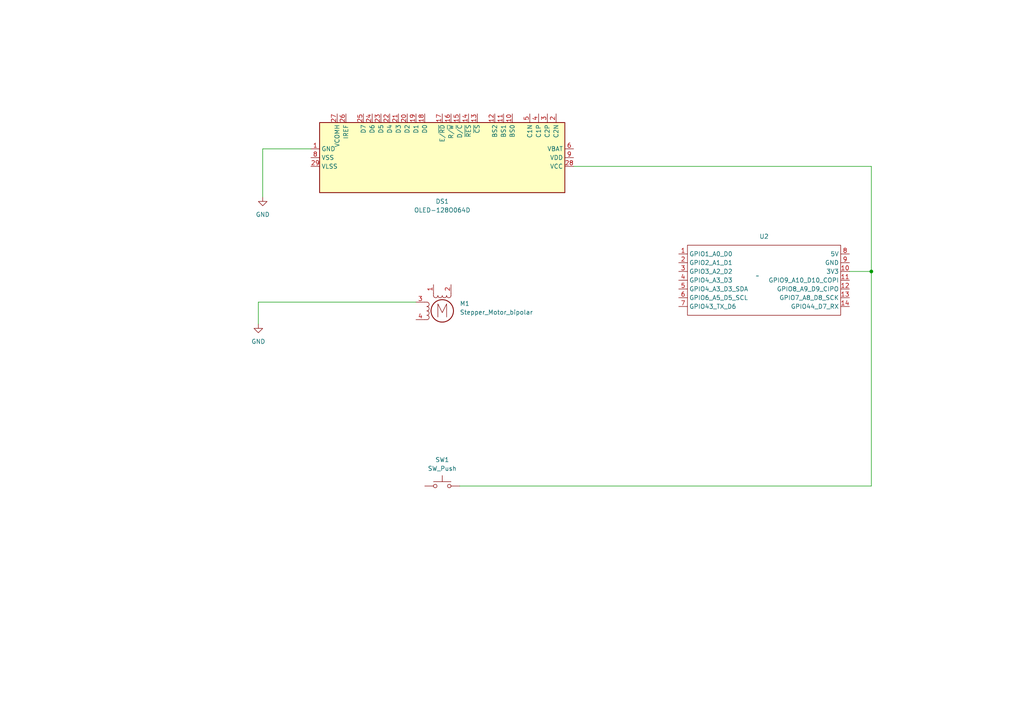
<source format=kicad_sch>
(kicad_sch (version 20230121) (generator eeschema)

  (uuid 66a8a8e0-fec0-4c86-a2da-5c1b93dc3f6d)

  (paper "A4")

  (lib_symbols
    (symbol "DEMO:XIAO_ESP32_SENSE" (in_bom yes) (on_board yes)
      (property "Reference" "U" (at 0 0 0)
        (effects (font (size 1.27 1.27)))
      )
      (property "Value" "" (at 0 0 0)
        (effects (font (size 1.27 1.27)))
      )
      (property "Footprint" "" (at 0 0 0)
        (effects (font (size 1.27 1.27)) hide)
      )
      (property "Datasheet" "" (at 0 0 0)
        (effects (font (size 1.27 1.27)) hide)
      )
      (symbol "XIAO_ESP32_SENSE_0_1"
        (polyline
          (pts
            (xy -20.32 8.89)
            (xy -20.32 -11.43)
            (xy 24.13 -11.43)
            (xy 24.13 8.89)
            (xy -20.32 8.89)
          )
          (stroke (width 0) (type default))
          (fill (type none))
        )
      )
      (symbol "XIAO_ESP32_SENSE_1_1"
        (pin bidirectional line (at -22.86 6.35 0) (length 2.54)
          (name "GPIO1_A0_D0" (effects (font (size 1.27 1.27))))
          (number "1" (effects (font (size 1.27 1.27))))
        )
        (pin bidirectional line (at 26.67 1.27 180) (length 2.54)
          (name "3V3" (effects (font (size 1.27 1.27))))
          (number "10" (effects (font (size 1.27 1.27))))
        )
        (pin bidirectional line (at 26.67 -1.27 180) (length 2.54)
          (name "GPIO9_A10_D10_COPI" (effects (font (size 1.27 1.27))))
          (number "11" (effects (font (size 1.27 1.27))))
        )
        (pin bidirectional line (at 26.67 -3.81 180) (length 2.54)
          (name "GPIO8_A9_D9_CIPO" (effects (font (size 1.27 1.27))))
          (number "12" (effects (font (size 1.27 1.27))))
        )
        (pin bidirectional line (at 26.67 -6.35 180) (length 2.54)
          (name "GPIO7_A8_D8_SCK" (effects (font (size 1.27 1.27))))
          (number "13" (effects (font (size 1.27 1.27))))
        )
        (pin bidirectional line (at 26.67 -8.89 180) (length 2.54)
          (name "GPIO44_D7_RX" (effects (font (size 1.27 1.27))))
          (number "14" (effects (font (size 1.27 1.27))))
        )
        (pin bidirectional line (at -22.86 3.81 0) (length 2.54)
          (name "GPIO2_A1_D1" (effects (font (size 1.27 1.27))))
          (number "2" (effects (font (size 1.27 1.27))))
        )
        (pin bidirectional line (at -22.86 1.27 0) (length 2.54)
          (name "GPIO3_A2_D2" (effects (font (size 1.27 1.27))))
          (number "3" (effects (font (size 1.27 1.27))))
        )
        (pin bidirectional line (at -22.86 -1.27 0) (length 2.54)
          (name "GPIO4_A3_D3" (effects (font (size 1.27 1.27))))
          (number "4" (effects (font (size 1.27 1.27))))
        )
        (pin bidirectional line (at -22.86 -3.81 0) (length 2.54)
          (name "GPIO4_A3_D3_SDA" (effects (font (size 1.27 1.27))))
          (number "5" (effects (font (size 1.27 1.27))))
        )
        (pin bidirectional line (at -22.86 -6.35 0) (length 2.54)
          (name "GPIO6_A5_D5_SCL" (effects (font (size 1.27 1.27))))
          (number "6" (effects (font (size 1.27 1.27))))
        )
        (pin bidirectional line (at -22.86 -8.89 0) (length 2.54)
          (name "GPIO43_TX_D6" (effects (font (size 1.27 1.27))))
          (number "7" (effects (font (size 1.27 1.27))))
        )
        (pin bidirectional line (at 26.67 6.35 180) (length 2.54)
          (name "5V" (effects (font (size 1.27 1.27))))
          (number "8" (effects (font (size 1.27 1.27))))
        )
        (pin bidirectional line (at 26.67 3.81 180) (length 2.54)
          (name "GND" (effects (font (size 1.27 1.27))))
          (number "9" (effects (font (size 1.27 1.27))))
        )
      )
    )
    (symbol "Display_Graphic:OLED-128O064D" (in_bom yes) (on_board yes)
      (property "Reference" "DS" (at -10.16 38.1 0)
        (effects (font (size 1.27 1.27)))
      )
      (property "Value" "OLED-128O064D" (at 12.7 38.1 0)
        (effects (font (size 1.27 1.27)))
      )
      (property "Footprint" "Display:OLED-128O064D" (at 0 0 0)
        (effects (font (size 1.27 1.27)) hide)
      )
      (property "Datasheet" "https://www.vishay.com/docs/37902/oled128o064dbpp3n00000.pdf" (at 0 20.32 0)
        (effects (font (size 1.27 1.27)) hide)
      )
      (property "ki_keywords" "display oled" (at 0 0 0)
        (effects (font (size 1.27 1.27)) hide)
      )
      (property "ki_description" "OLED display 128x64" (at 0 0 0)
        (effects (font (size 1.27 1.27)) hide)
      )
      (property "ki_fp_filters" "OLED?128O064D*" (at 0 0 0)
        (effects (font (size 1.27 1.27)) hide)
      )
      (symbol "OLED-128O064D_0_1"
        (rectangle (start -10.16 35.56) (end 10.16 -35.56)
          (stroke (width 0.254) (type default))
          (fill (type background))
        )
      )
      (symbol "OLED-128O064D_1_1"
        (pin power_in line (at -2.54 -38.1 90) (length 2.54)
          (name "GND" (effects (font (size 1.27 1.27))))
          (number "1" (effects (font (size 1.27 1.27))))
        )
        (pin input line (at -12.7 20.32 0) (length 2.54)
          (name "BS0" (effects (font (size 1.27 1.27))))
          (number "10" (effects (font (size 1.27 1.27))))
        )
        (pin input line (at -12.7 17.78 0) (length 2.54)
          (name "BS1" (effects (font (size 1.27 1.27))))
          (number "11" (effects (font (size 1.27 1.27))))
        )
        (pin input line (at -12.7 15.24 0) (length 2.54)
          (name "BS2" (effects (font (size 1.27 1.27))))
          (number "12" (effects (font (size 1.27 1.27))))
        )
        (pin input line (at -12.7 10.16 0) (length 2.54)
          (name "~{CS}" (effects (font (size 1.27 1.27))))
          (number "13" (effects (font (size 1.27 1.27))))
        )
        (pin input line (at -12.7 7.62 0) (length 2.54)
          (name "~{RES}" (effects (font (size 1.27 1.27))))
          (number "14" (effects (font (size 1.27 1.27))))
        )
        (pin input line (at -12.7 5.08 0) (length 2.54)
          (name "D/~{C}" (effects (font (size 1.27 1.27))))
          (number "15" (effects (font (size 1.27 1.27))))
        )
        (pin input line (at -12.7 2.54 0) (length 2.54)
          (name "R/~{W}" (effects (font (size 1.27 1.27))))
          (number "16" (effects (font (size 1.27 1.27))))
        )
        (pin input line (at -12.7 0 0) (length 2.54)
          (name "E/~{RD}" (effects (font (size 1.27 1.27))))
          (number "17" (effects (font (size 1.27 1.27))))
        )
        (pin bidirectional line (at -12.7 -5.08 0) (length 2.54)
          (name "D0" (effects (font (size 1.27 1.27))))
          (number "18" (effects (font (size 1.27 1.27))))
        )
        (pin bidirectional line (at -12.7 -7.62 0) (length 2.54)
          (name "D1" (effects (font (size 1.27 1.27))))
          (number "19" (effects (font (size 1.27 1.27))))
        )
        (pin passive line (at -12.7 33.02 0) (length 2.54)
          (name "C2N" (effects (font (size 1.27 1.27))))
          (number "2" (effects (font (size 1.27 1.27))))
        )
        (pin bidirectional line (at -12.7 -10.16 0) (length 2.54)
          (name "D2" (effects (font (size 1.27 1.27))))
          (number "20" (effects (font (size 1.27 1.27))))
        )
        (pin bidirectional line (at -12.7 -12.7 0) (length 2.54)
          (name "D3" (effects (font (size 1.27 1.27))))
          (number "21" (effects (font (size 1.27 1.27))))
        )
        (pin bidirectional line (at -12.7 -15.24 0) (length 2.54)
          (name "D4" (effects (font (size 1.27 1.27))))
          (number "22" (effects (font (size 1.27 1.27))))
        )
        (pin bidirectional line (at -12.7 -17.78 0) (length 2.54)
          (name "D5" (effects (font (size 1.27 1.27))))
          (number "23" (effects (font (size 1.27 1.27))))
        )
        (pin bidirectional line (at -12.7 -20.32 0) (length 2.54)
          (name "D6" (effects (font (size 1.27 1.27))))
          (number "24" (effects (font (size 1.27 1.27))))
        )
        (pin bidirectional line (at -12.7 -22.86 0) (length 2.54)
          (name "D7" (effects (font (size 1.27 1.27))))
          (number "25" (effects (font (size 1.27 1.27))))
        )
        (pin passive line (at -12.7 -27.94 0) (length 2.54)
          (name "IREF" (effects (font (size 1.27 1.27))))
          (number "26" (effects (font (size 1.27 1.27))))
        )
        (pin passive line (at -12.7 -30.48 0) (length 2.54)
          (name "VCOMH" (effects (font (size 1.27 1.27))))
          (number "27" (effects (font (size 1.27 1.27))))
        )
        (pin power_in line (at 2.54 38.1 270) (length 2.54)
          (name "VCC" (effects (font (size 1.27 1.27))))
          (number "28" (effects (font (size 1.27 1.27))))
        )
        (pin power_in line (at 2.54 -38.1 90) (length 2.54)
          (name "VLSS" (effects (font (size 1.27 1.27))))
          (number "29" (effects (font (size 1.27 1.27))))
        )
        (pin passive line (at -12.7 30.48 0) (length 2.54)
          (name "C2P" (effects (font (size 1.27 1.27))))
          (number "3" (effects (font (size 1.27 1.27))))
        )
        (pin passive line (at -2.54 -38.1 90) (length 2.54) hide
          (name "GND" (effects (font (size 1.27 1.27))))
          (number "30" (effects (font (size 1.27 1.27))))
        )
        (pin passive line (at -12.7 27.94 0) (length 2.54)
          (name "C1P" (effects (font (size 1.27 1.27))))
          (number "4" (effects (font (size 1.27 1.27))))
        )
        (pin passive line (at -12.7 25.4 0) (length 2.54)
          (name "C1N" (effects (font (size 1.27 1.27))))
          (number "5" (effects (font (size 1.27 1.27))))
        )
        (pin power_in line (at -2.54 38.1 270) (length 2.54)
          (name "VBAT" (effects (font (size 1.27 1.27))))
          (number "6" (effects (font (size 1.27 1.27))))
        )
        (pin no_connect line (at 10.16 0 180) (length 2.54) hide
          (name "NC" (effects (font (size 1.27 1.27))))
          (number "7" (effects (font (size 1.27 1.27))))
        )
        (pin power_in line (at 0 -38.1 90) (length 2.54)
          (name "VSS" (effects (font (size 1.27 1.27))))
          (number "8" (effects (font (size 1.27 1.27))))
        )
        (pin power_in line (at 0 38.1 270) (length 2.54)
          (name "VDD" (effects (font (size 1.27 1.27))))
          (number "9" (effects (font (size 1.27 1.27))))
        )
      )
    )
    (symbol "Motor:Stepper_Motor_bipolar" (pin_names (offset 0) hide) (in_bom yes) (on_board yes)
      (property "Reference" "M" (at 3.81 2.54 0)
        (effects (font (size 1.27 1.27)) (justify left))
      )
      (property "Value" "Stepper_Motor_bipolar" (at 3.81 1.27 0)
        (effects (font (size 1.27 1.27)) (justify left top))
      )
      (property "Footprint" "" (at 0.254 -0.254 0)
        (effects (font (size 1.27 1.27)) hide)
      )
      (property "Datasheet" "http://www.infineon.com/dgdl/Application-Note-TLE8110EE_driving_UniPolarStepperMotor_V1.1.pdf?fileId=db3a30431be39b97011be5d0aa0a00b0" (at 0.254 -0.254 0)
        (effects (font (size 1.27 1.27)) hide)
      )
      (property "ki_keywords" "bipolar stepper motor" (at 0 0 0)
        (effects (font (size 1.27 1.27)) hide)
      )
      (property "ki_description" "4-wire bipolar stepper motor" (at 0 0 0)
        (effects (font (size 1.27 1.27)) hide)
      )
      (property "ki_fp_filters" "PinHeader*P2.54mm*Vertical* TerminalBlock* Motor*" (at 0 0 0)
        (effects (font (size 1.27 1.27)) hide)
      )
      (symbol "Stepper_Motor_bipolar_0_0"
        (polyline
          (pts
            (xy -1.27 -1.778)
            (xy -1.27 2.032)
            (xy 0 -0.508)
            (xy 1.27 2.032)
            (xy 1.27 -1.778)
          )
          (stroke (width 0) (type default))
          (fill (type none))
        )
      )
      (symbol "Stepper_Motor_bipolar_0_1"
        (arc (start -4.445 -2.54) (mid -3.8127 -1.905) (end -4.445 -1.27)
          (stroke (width 0) (type default))
          (fill (type none))
        )
        (arc (start -4.445 -1.27) (mid -3.8127 -0.635) (end -4.445 0)
          (stroke (width 0) (type default))
          (fill (type none))
        )
        (arc (start -4.445 0) (mid -3.8127 0.635) (end -4.445 1.27)
          (stroke (width 0) (type default))
          (fill (type none))
        )
        (arc (start -4.445 1.27) (mid -3.8127 1.905) (end -4.445 2.54)
          (stroke (width 0) (type default))
          (fill (type none))
        )
        (arc (start -2.54 4.445) (mid -1.905 3.8127) (end -1.27 4.445)
          (stroke (width 0) (type default))
          (fill (type none))
        )
        (arc (start -1.27 4.445) (mid -0.635 3.8127) (end 0 4.445)
          (stroke (width 0) (type default))
          (fill (type none))
        )
        (polyline
          (pts
            (xy -5.08 -2.54)
            (xy -4.445 -2.54)
          )
          (stroke (width 0) (type default))
          (fill (type none))
        )
        (polyline
          (pts
            (xy -5.08 2.54)
            (xy -4.445 2.54)
          )
          (stroke (width 0) (type default))
          (fill (type none))
        )
        (polyline
          (pts
            (xy -2.54 5.08)
            (xy -2.54 4.445)
          )
          (stroke (width 0) (type default))
          (fill (type none))
        )
        (polyline
          (pts
            (xy 2.54 5.08)
            (xy 2.54 4.445)
          )
          (stroke (width 0) (type default))
          (fill (type none))
        )
        (circle (center 0 0) (radius 3.2512)
          (stroke (width 0.254) (type default))
          (fill (type none))
        )
        (arc (start 0 4.445) (mid 0.635 3.8127) (end 1.27 4.445)
          (stroke (width 0) (type default))
          (fill (type none))
        )
        (arc (start 1.27 4.445) (mid 1.905 3.8127) (end 2.54 4.445)
          (stroke (width 0) (type default))
          (fill (type none))
        )
      )
      (symbol "Stepper_Motor_bipolar_1_1"
        (pin passive line (at -2.54 7.62 270) (length 2.54)
          (name "~" (effects (font (size 1.27 1.27))))
          (number "1" (effects (font (size 1.27 1.27))))
        )
        (pin passive line (at 2.54 7.62 270) (length 2.54)
          (name "-" (effects (font (size 1.27 1.27))))
          (number "2" (effects (font (size 1.27 1.27))))
        )
        (pin passive line (at -7.62 2.54 0) (length 2.54)
          (name "~" (effects (font (size 1.27 1.27))))
          (number "3" (effects (font (size 1.27 1.27))))
        )
        (pin passive line (at -7.62 -2.54 0) (length 2.54)
          (name "~" (effects (font (size 1.27 1.27))))
          (number "4" (effects (font (size 1.27 1.27))))
        )
      )
    )
    (symbol "Switch:SW_Push" (pin_numbers hide) (pin_names (offset 1.016) hide) (in_bom yes) (on_board yes)
      (property "Reference" "SW" (at 1.27 2.54 0)
        (effects (font (size 1.27 1.27)) (justify left))
      )
      (property "Value" "SW_Push" (at 0 -1.524 0)
        (effects (font (size 1.27 1.27)))
      )
      (property "Footprint" "" (at 0 5.08 0)
        (effects (font (size 1.27 1.27)) hide)
      )
      (property "Datasheet" "~" (at 0 5.08 0)
        (effects (font (size 1.27 1.27)) hide)
      )
      (property "ki_keywords" "switch normally-open pushbutton push-button" (at 0 0 0)
        (effects (font (size 1.27 1.27)) hide)
      )
      (property "ki_description" "Push button switch, generic, two pins" (at 0 0 0)
        (effects (font (size 1.27 1.27)) hide)
      )
      (symbol "SW_Push_0_1"
        (circle (center -2.032 0) (radius 0.508)
          (stroke (width 0) (type default))
          (fill (type none))
        )
        (polyline
          (pts
            (xy 0 1.27)
            (xy 0 3.048)
          )
          (stroke (width 0) (type default))
          (fill (type none))
        )
        (polyline
          (pts
            (xy 2.54 1.27)
            (xy -2.54 1.27)
          )
          (stroke (width 0) (type default))
          (fill (type none))
        )
        (circle (center 2.032 0) (radius 0.508)
          (stroke (width 0) (type default))
          (fill (type none))
        )
        (pin passive line (at -5.08 0 0) (length 2.54)
          (name "1" (effects (font (size 1.27 1.27))))
          (number "1" (effects (font (size 1.27 1.27))))
        )
        (pin passive line (at 5.08 0 180) (length 2.54)
          (name "2" (effects (font (size 1.27 1.27))))
          (number "2" (effects (font (size 1.27 1.27))))
        )
      )
    )
    (symbol "power:GND" (power) (pin_names (offset 0)) (in_bom yes) (on_board yes)
      (property "Reference" "#PWR" (at 0 -6.35 0)
        (effects (font (size 1.27 1.27)) hide)
      )
      (property "Value" "GND" (at 0 -3.81 0)
        (effects (font (size 1.27 1.27)))
      )
      (property "Footprint" "" (at 0 0 0)
        (effects (font (size 1.27 1.27)) hide)
      )
      (property "Datasheet" "" (at 0 0 0)
        (effects (font (size 1.27 1.27)) hide)
      )
      (property "ki_keywords" "global power" (at 0 0 0)
        (effects (font (size 1.27 1.27)) hide)
      )
      (property "ki_description" "Power symbol creates a global label with name \"GND\" , ground" (at 0 0 0)
        (effects (font (size 1.27 1.27)) hide)
      )
      (symbol "GND_0_1"
        (polyline
          (pts
            (xy 0 0)
            (xy 0 -1.27)
            (xy 1.27 -1.27)
            (xy 0 -2.54)
            (xy -1.27 -1.27)
            (xy 0 -1.27)
          )
          (stroke (width 0) (type default))
          (fill (type none))
        )
      )
      (symbol "GND_1_1"
        (pin power_in line (at 0 0 270) (length 0) hide
          (name "GND" (effects (font (size 1.27 1.27))))
          (number "1" (effects (font (size 1.27 1.27))))
        )
      )
    )
  )

  (junction (at 252.73 78.74) (diameter 0) (color 0 0 0 0)
    (uuid b7db3b42-fde5-4e74-b3cd-2a0a1e032d6b)
  )

  (wire (pts (xy 76.2 43.18) (xy 76.2 57.15))
    (stroke (width 0) (type default))
    (uuid 3d5923d6-5fdb-4c82-ae91-ea2d0be885e8)
  )
  (wire (pts (xy 252.73 78.74) (xy 246.38 78.74))
    (stroke (width 0) (type default))
    (uuid 7606e358-4955-4da0-bbda-c12224f1afed)
  )
  (wire (pts (xy 252.73 140.97) (xy 133.35 140.97))
    (stroke (width 0) (type default))
    (uuid 9680ed4c-5d1c-4729-8dea-3ff0cfc96396)
  )
  (wire (pts (xy 74.93 87.63) (xy 74.93 93.98))
    (stroke (width 0) (type default))
    (uuid a26440d7-7cf3-439b-aef9-bb4afd4ed0a0)
  )
  (wire (pts (xy 252.73 78.74) (xy 252.73 140.97))
    (stroke (width 0) (type default))
    (uuid b99fda16-1a48-4847-832d-0e7b7c3706c2)
  )
  (wire (pts (xy 120.65 87.63) (xy 74.93 87.63))
    (stroke (width 0) (type default))
    (uuid d7509e39-ce55-4aa2-8d34-135112deb6bf)
  )
  (wire (pts (xy 252.73 48.26) (xy 252.73 78.74))
    (stroke (width 0) (type default))
    (uuid d88c3baf-b633-46ee-a3ee-4912e67e239c)
  )
  (wire (pts (xy 166.37 48.26) (xy 252.73 48.26))
    (stroke (width 0) (type default))
    (uuid ef40f07f-c969-4a28-864d-940640c9d01b)
  )
  (wire (pts (xy 90.17 43.18) (xy 76.2 43.18))
    (stroke (width 0) (type default))
    (uuid f5f9664c-8511-4510-a86d-bf31f6746cc5)
  )

  (symbol (lib_id "Motor:Stepper_Motor_bipolar") (at 128.27 90.17 0) (unit 1)
    (in_bom yes) (on_board yes) (dnp no) (fields_autoplaced)
    (uuid 1ead15b9-a5df-4227-8956-831433110d1b)
    (property "Reference" "M1" (at 133.35 88.0491 0)
      (effects (font (size 1.27 1.27)) (justify left))
    )
    (property "Value" "Stepper_Motor_bipolar" (at 133.35 90.5891 0)
      (effects (font (size 1.27 1.27)) (justify left))
    )
    (property "Footprint" "" (at 128.524 90.424 0)
      (effects (font (size 1.27 1.27)) hide)
    )
    (property "Datasheet" "http://www.infineon.com/dgdl/Application-Note-TLE8110EE_driving_UniPolarStepperMotor_V1.1.pdf?fileId=db3a30431be39b97011be5d0aa0a00b0" (at 128.524 90.424 0)
      (effects (font (size 1.27 1.27)) hide)
    )
    (pin "1" (uuid 11694d02-7d01-4190-8511-e52620551091))
    (pin "2" (uuid 2dbd6e3a-461d-410a-a28c-2062f38b6b9c))
    (pin "3" (uuid 4a946b48-0684-4672-b404-16d1bd98e4b2))
    (pin "4" (uuid 843a0eb9-72dc-41c3-8768-80170ecd248f))
    (instances
      (project "pcb_design"
        (path "/66a8a8e0-fec0-4c86-a2da-5c1b93dc3f6d"
          (reference "M1") (unit 1)
        )
      )
    )
  )

  (symbol (lib_id "DEMO:XIAO_ESP32_SENSE") (at 219.71 80.01 0) (unit 1)
    (in_bom yes) (on_board yes) (dnp no) (fields_autoplaced)
    (uuid 3ecfaddb-8205-4d74-9e09-ebbb4e2adf09)
    (property "Reference" "U2" (at 221.615 68.58 0)
      (effects (font (size 1.27 1.27)))
    )
    (property "Value" "~" (at 219.71 80.01 0)
      (effects (font (size 1.27 1.27)))
    )
    (property "Footprint" "" (at 219.71 80.01 0)
      (effects (font (size 1.27 1.27)) hide)
    )
    (property "Datasheet" "" (at 219.71 80.01 0)
      (effects (font (size 1.27 1.27)) hide)
    )
    (pin "1" (uuid 3a1cc86d-0e32-4d47-ba64-6d384ecec13b))
    (pin "9" (uuid 1a8ea61f-04c7-4e1a-a8dc-fae159ce88e3))
    (pin "10" (uuid 108466a8-a791-4364-8191-fd5355416c83))
    (pin "13" (uuid 2bb3e63c-7ef5-4e47-a287-2ba73dceb140))
    (pin "14" (uuid ff2a74e5-7695-40d4-b25d-8d1acad829b2))
    (pin "8" (uuid badf51c0-ad95-4a6a-bafd-d1cc96dbbe46))
    (pin "11" (uuid 43aa4ec6-955d-486d-89ef-23ffb59bb74c))
    (pin "3" (uuid 3785ff04-10a3-43a4-a566-fa22c02549b6))
    (pin "6" (uuid 94116211-7f92-48f0-bd3b-0dfb1cc4f7db))
    (pin "2" (uuid 0e4633bf-a06f-4ea2-8216-4b18e95b99a4))
    (pin "5" (uuid 2d9cf414-1016-44ba-8730-300a69795093))
    (pin "4" (uuid 4d853fc0-cce2-4692-8138-95caa5871e30))
    (pin "12" (uuid 0db7e399-8001-4d55-913a-6a2e6e41eab6))
    (pin "7" (uuid 3e95488e-d195-4899-ae97-d89962faec4f))
    (instances
      (project "pcb_design"
        (path "/66a8a8e0-fec0-4c86-a2da-5c1b93dc3f6d"
          (reference "U2") (unit 1)
        )
      )
    )
  )

  (symbol (lib_id "Display_Graphic:OLED-128O064D") (at 128.27 45.72 270) (unit 1)
    (in_bom yes) (on_board yes) (dnp no) (fields_autoplaced)
    (uuid 425bf9c2-4128-4664-a269-4feda87a648c)
    (property "Reference" "DS1" (at 128.27 58.42 90)
      (effects (font (size 1.27 1.27)))
    )
    (property "Value" "OLED-128O064D" (at 128.27 60.96 90)
      (effects (font (size 1.27 1.27)))
    )
    (property "Footprint" "Display:OLED-128O064D" (at 128.27 45.72 0)
      (effects (font (size 1.27 1.27)) hide)
    )
    (property "Datasheet" "https://www.vishay.com/docs/37902/oled128o064dbpp3n00000.pdf" (at 148.59 45.72 0)
      (effects (font (size 1.27 1.27)) hide)
    )
    (pin "6" (uuid e9c625c8-28eb-430a-a05f-8f9811b130c8))
    (pin "1" (uuid b789c456-2285-4885-a32e-74dbb8a4d12a))
    (pin "25" (uuid 5658e426-4d82-46f0-81bd-6d9d142cf3a0))
    (pin "19" (uuid e29a7336-6488-4797-9e1a-5e31c92c7ab7))
    (pin "16" (uuid 6f36380c-3b75-45c3-844f-4ca39308367c))
    (pin "21" (uuid b6c3ac43-ca49-4208-9492-2283a1b3dd71))
    (pin "8" (uuid 7cb3fecb-be7d-49c0-9053-88844d9076a2))
    (pin "17" (uuid 3a09f8fc-081b-4988-88b4-c22791a2cd37))
    (pin "28" (uuid 8f6539dc-7879-4664-b660-708d17dbd3aa))
    (pin "29" (uuid 983733e7-268c-4cbf-ae3f-e93b647220ae))
    (pin "2" (uuid 47db2f6a-1854-40bc-bb14-a009c19b8dab))
    (pin "4" (uuid ca4ef085-2cde-4eb3-bffa-4e9fd24cd5ae))
    (pin "3" (uuid 790d63ac-11c5-4ff0-a3ea-53f9d969adcd))
    (pin "23" (uuid 7d3a3a35-3f1a-46ab-8223-76c15497fea8))
    (pin "13" (uuid 500be298-6848-4779-b0ac-e3f55f99c547))
    (pin "9" (uuid d13e789b-9648-4198-9a59-6588d6132145))
    (pin "10" (uuid edd3fd5c-a005-4748-8a0b-502112163875))
    (pin "20" (uuid c946ab33-dbdf-4fe2-bd3a-d7b9c4868354))
    (pin "5" (uuid 0e70e658-bc40-4cd2-a49e-d149736a5ecf))
    (pin "22" (uuid 42fc0b1a-3a67-4cc3-8e35-b72f000a94dc))
    (pin "11" (uuid 617babb8-1602-4c0b-86aa-e0d463dabe9a))
    (pin "15" (uuid 514a19a9-1ce1-4dbc-b144-99835b44ac4a))
    (pin "24" (uuid d9d99e45-3cd4-42b8-a76d-760198aafd00))
    (pin "30" (uuid 45b79cd2-5445-494e-8bc8-9980fd874600))
    (pin "18" (uuid 01a75581-4f5f-4573-a650-d557dd75d4a3))
    (pin "7" (uuid 86aceb59-fd42-4fb7-96f4-ad8dfe337df9))
    (pin "26" (uuid d134981d-c366-41a7-a2d4-baac7d301daa))
    (pin "12" (uuid 72c696f1-68c6-4a9f-8486-fa5c0fb347d2))
    (pin "14" (uuid aefcca5e-e04d-40a0-a693-3b0496bbd99e))
    (pin "27" (uuid c4f25ea5-ceca-419d-8d0e-1b189a05a0f5))
    (instances
      (project "pcb_design"
        (path "/66a8a8e0-fec0-4c86-a2da-5c1b93dc3f6d"
          (reference "DS1") (unit 1)
        )
      )
    )
  )

  (symbol (lib_id "Switch:SW_Push") (at 128.27 140.97 0) (unit 1)
    (in_bom yes) (on_board yes) (dnp no) (fields_autoplaced)
    (uuid 44d36a4a-dcd6-4c32-94cd-75bd1ab330d2)
    (property "Reference" "SW1" (at 128.27 133.35 0)
      (effects (font (size 1.27 1.27)))
    )
    (property "Value" "SW_Push" (at 128.27 135.89 0)
      (effects (font (size 1.27 1.27)))
    )
    (property "Footprint" "" (at 128.27 135.89 0)
      (effects (font (size 1.27 1.27)) hide)
    )
    (property "Datasheet" "~" (at 128.27 135.89 0)
      (effects (font (size 1.27 1.27)) hide)
    )
    (pin "2" (uuid 95780de2-3b30-4624-aeb1-5b26a286b6dc))
    (pin "1" (uuid 4417aff5-42f6-4f75-86f5-a0b7a6f274df))
    (instances
      (project "pcb_design"
        (path "/66a8a8e0-fec0-4c86-a2da-5c1b93dc3f6d"
          (reference "SW1") (unit 1)
        )
      )
    )
  )

  (symbol (lib_id "power:GND") (at 74.93 93.98 0) (unit 1)
    (in_bom yes) (on_board yes) (dnp no) (fields_autoplaced)
    (uuid 68c475c9-3c3b-437d-afe7-af433cf14bcd)
    (property "Reference" "#PWR02" (at 74.93 100.33 0)
      (effects (font (size 1.27 1.27)) hide)
    )
    (property "Value" "GND" (at 74.93 99.06 0)
      (effects (font (size 1.27 1.27)))
    )
    (property "Footprint" "" (at 74.93 93.98 0)
      (effects (font (size 1.27 1.27)) hide)
    )
    (property "Datasheet" "" (at 74.93 93.98 0)
      (effects (font (size 1.27 1.27)) hide)
    )
    (pin "1" (uuid 356b409d-2f27-4db7-921f-c50f8f37ca4b))
    (instances
      (project "pcb_design"
        (path "/66a8a8e0-fec0-4c86-a2da-5c1b93dc3f6d"
          (reference "#PWR02") (unit 1)
        )
      )
    )
  )

  (symbol (lib_id "power:GND") (at 76.2 57.15 0) (unit 1)
    (in_bom yes) (on_board yes) (dnp no) (fields_autoplaced)
    (uuid 9880828d-a466-4161-958c-2453ca43bd69)
    (property "Reference" "#PWR01" (at 76.2 63.5 0)
      (effects (font (size 1.27 1.27)) hide)
    )
    (property "Value" "GND" (at 76.2 62.23 0)
      (effects (font (size 1.27 1.27)))
    )
    (property "Footprint" "" (at 76.2 57.15 0)
      (effects (font (size 1.27 1.27)) hide)
    )
    (property "Datasheet" "" (at 76.2 57.15 0)
      (effects (font (size 1.27 1.27)) hide)
    )
    (pin "1" (uuid 980b3ce9-27e9-4f11-8180-96b421ed8dd4))
    (instances
      (project "pcb_design"
        (path "/66a8a8e0-fec0-4c86-a2da-5c1b93dc3f6d"
          (reference "#PWR01") (unit 1)
        )
      )
    )
  )

  (symbol (lib_id "DEMO:XIAO_ESP32_SENSE") (at -85.09 -11.43 0) (unit 1)
    (in_bom yes) (on_board yes) (dnp no) (fields_autoplaced)
    (uuid ce834aa9-259b-4a24-bf5d-1c60558dabce)
    (property "Reference" "U1" (at -83.185 -22.86 0)
      (effects (font (size 1.27 1.27)))
    )
    (property "Value" "~" (at -85.09 -11.43 0)
      (effects (font (size 1.27 1.27)))
    )
    (property "Footprint" "" (at -85.09 -11.43 0)
      (effects (font (size 1.27 1.27)) hide)
    )
    (property "Datasheet" "" (at -85.09 -11.43 0)
      (effects (font (size 1.27 1.27)) hide)
    )
    (pin "11" (uuid f361bc20-9860-439d-9760-985d3597aff1))
    (pin "8" (uuid 8119a86b-37fb-4c93-9ee7-5e4207fecf7b))
    (pin "5" (uuid 9589c87c-4287-4ce9-ae4f-e2fc93837d60))
    (pin "3" (uuid 6fb80912-020f-48ff-b18a-c3bb32c5cd69))
    (pin "6" (uuid dbed7859-9026-4079-8cf3-2d339cda25fd))
    (pin "1" (uuid c05f05fa-2903-4375-aa1d-4fbc1f43ed45))
    (pin "12" (uuid 1b9d4f6b-ea4b-4471-bbb5-f11eb82e5ced))
    (pin "9" (uuid 9d7d9b7b-1a10-44b9-bfaf-48a4f432410b))
    (pin "4" (uuid c124bd46-5258-4541-97af-573ddc515ae3))
    (pin "10" (uuid 820ea03f-8379-4222-9975-a0abcf698482))
    (pin "2" (uuid 509d70fd-ed69-43cb-baef-62afaceaebd1))
    (pin "13" (uuid 97a11573-36f6-40d8-9dd7-7b65351befcb))
    (pin "7" (uuid 168ced15-038c-4258-a95c-ab82aa6e1bcf))
    (pin "14" (uuid 8ead3797-d6ba-4460-9501-6733ef9116d3))
    (instances
      (project "pcb_design"
        (path "/66a8a8e0-fec0-4c86-a2da-5c1b93dc3f6d"
          (reference "U1") (unit 1)
        )
      )
    )
  )

  (sheet_instances
    (path "/" (page "1"))
  )
)

</source>
